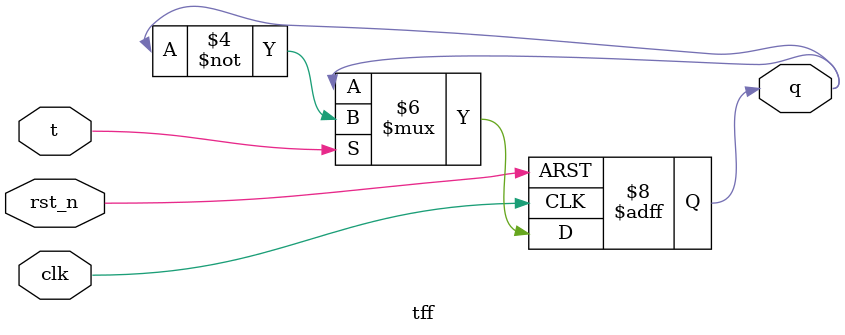
<source format=v>
module dff(clk,d,q);
input clk;
input d;
output reg q;
always@(posedge clk)begin
q<=d;
end
endmodule



/*
module dff_tb;





endmodule;

*/



module tff(clk,t,q,rst_n);
input clk;
input t;
input rst_n;
output reg q;

always@(posedge clk or negedge rst_n) begin
if(~rst_n)
	q<=1'b0;
else
	if(t==1'b1)
		q<=~q;
	else
		q<=q;
end
endmodule





/*

module tff_tb;
	reg t_t,t_clk;
	wire t_q;
	reg t_rst_n;
	
	tff T1(.clk(t_clk),.t(t_t),.q(t_q),.rst_n(t_rst_n));
	initial begin
	#0 t_rst_n=1;
	#10 t_rst_n=0;
	#5 t_rst_n=1;
	#0 t_t=1;
	#80 t_t=1;
	#10;
	end
	always begin
	#0 t_clk=1'b0;
	#10 t_clk=1'b1;
	#10;
	end
endmodule

*/
</source>
